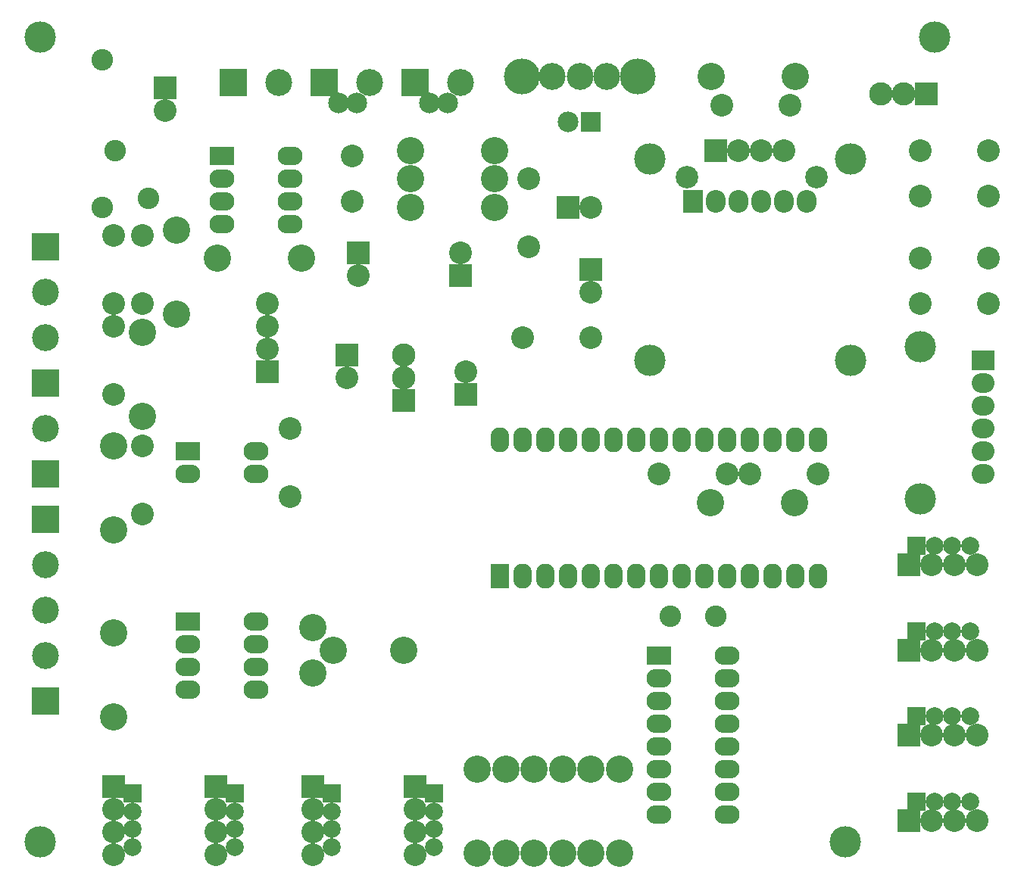
<source format=gbs>
G04 #@! TF.FileFunction,Soldermask,Bot*
%FSLAX46Y46*%
G04 Gerber Fmt 4.6, Leading zero omitted, Abs format (unit mm)*
G04 Created by KiCad (PCBNEW 4.0.4-stable) date 04/20/17 11:48:58*
%MOMM*%
%LPD*%
G01*
G04 APERTURE LIST*
%ADD10C,0.150000*%
%ADD11C,3.508000*%
%ADD12C,2.413000*%
%ADD13R,2.540000X2.540000*%
%ADD14C,2.540000*%
%ADD15C,3.048000*%
%ADD16R,2.082800X2.794000*%
%ADD17O,2.082800X2.794000*%
%ADD18R,3.007360X3.007360*%
%ADD19C,3.007360*%
%ADD20C,2.308000*%
%ADD21R,2.008000X2.008000*%
%ADD22C,2.008000*%
%ADD23R,2.308860X2.308860*%
%ADD24C,2.308860*%
%ADD25C,4.008120*%
%ADD26R,2.794000X2.082800*%
%ADD27O,2.794000X2.082800*%
%ADD28R,2.540000X2.235200*%
%ADD29O,2.540000X2.235200*%
%ADD30R,2.235200X2.540000*%
%ADD31O,2.235200X2.540000*%
%ADD32C,2.508000*%
%ADD33C,2.608580*%
%ADD34R,2.608580X2.608580*%
G04 APERTURE END LIST*
D10*
D11*
X107620000Y-3810000D03*
X97620000Y-93810000D03*
X7620000Y-93810000D03*
X7620000Y-3810000D03*
D12*
X83185000Y-68580000D03*
X78105000Y-68580000D03*
D13*
X21590000Y-9525000D03*
D14*
X21590000Y-12065000D03*
D13*
X54610000Y-30480000D03*
D14*
X54610000Y-27940000D03*
D13*
X41910000Y-39370000D03*
D14*
X41910000Y-41910000D03*
D13*
X43180000Y-27940000D03*
D14*
X43180000Y-30480000D03*
D13*
X55245000Y-43815000D03*
D14*
X55245000Y-41275000D03*
D13*
X69215000Y-29845000D03*
D14*
X69215000Y-32385000D03*
D15*
X22860000Y-25400000D03*
X22860000Y-34798000D03*
X19050000Y-36830000D03*
X19050000Y-46228000D03*
X82550000Y-55880000D03*
X91948000Y-55880000D03*
X56515000Y-85725000D03*
X56515000Y-95123000D03*
X62865000Y-85725000D03*
X62865000Y-95123000D03*
X69215000Y-85725000D03*
X69215000Y-95123000D03*
X59690000Y-85725000D03*
X59690000Y-95123000D03*
X66040000Y-85725000D03*
X66040000Y-95123000D03*
X72390000Y-85725000D03*
X72390000Y-95123000D03*
X36830000Y-28575000D03*
X27432000Y-28575000D03*
X58420000Y-16510000D03*
X49022000Y-16510000D03*
X58420000Y-19685000D03*
X49022000Y-19685000D03*
D14*
X69215000Y-22860000D03*
D13*
X66675000Y-22860000D03*
D15*
X92075000Y-8255000D03*
X82677000Y-8255000D03*
X15875000Y-49530000D03*
X15875000Y-58928000D03*
X15875000Y-70485000D03*
X15875000Y-79883000D03*
D14*
X33020000Y-33655000D03*
X33020000Y-36195000D03*
X33020000Y-38735000D03*
D13*
X33020000Y-41275000D03*
D15*
X58420000Y-22860000D03*
X49022000Y-22860000D03*
D13*
X83185000Y-16510000D03*
D14*
X85725000Y-16510000D03*
X88265000Y-16510000D03*
X90805000Y-16510000D03*
D11*
X98245000Y-17490000D03*
X98245000Y-39990000D03*
X75745000Y-39990000D03*
X75745000Y-17490000D03*
D12*
X14605000Y-6350000D03*
X16005000Y-16550000D03*
X14605000Y-22860000D03*
X19705000Y-21860000D03*
D16*
X59055000Y-64135000D03*
D17*
X61595000Y-64135000D03*
X64135000Y-64135000D03*
X66675000Y-64135000D03*
X69215000Y-64135000D03*
X71755000Y-64135000D03*
X74295000Y-64135000D03*
X76835000Y-64135000D03*
X79375000Y-64135000D03*
X81915000Y-64135000D03*
X84455000Y-64135000D03*
X86995000Y-64135000D03*
X89535000Y-64135000D03*
X92075000Y-64135000D03*
X94615000Y-64135000D03*
X94615000Y-48895000D03*
X92075000Y-48895000D03*
X89535000Y-48895000D03*
X86995000Y-48895000D03*
X84455000Y-48895000D03*
X81915000Y-48895000D03*
X79375000Y-48895000D03*
X76835000Y-48895000D03*
X74295000Y-48895000D03*
X71755000Y-48895000D03*
X69215000Y-48895000D03*
X66675000Y-48895000D03*
X64135000Y-48895000D03*
X61595000Y-48895000D03*
X59055000Y-48895000D03*
D14*
X42545000Y-22225000D03*
X42545000Y-17145000D03*
D18*
X29210000Y-8890000D03*
D19*
X34290000Y-8890000D03*
D18*
X49530000Y-8890000D03*
D19*
X54610000Y-8890000D03*
D20*
X51181000Y-11176000D03*
X53213000Y-11176000D03*
D18*
X39370000Y-8890000D03*
D19*
X44450000Y-8890000D03*
D20*
X41021000Y-11176000D03*
X43053000Y-11176000D03*
D13*
X15875000Y-87630000D03*
D14*
X15875000Y-90170000D03*
X15875000Y-92710000D03*
X15875000Y-95250000D03*
D21*
X17986000Y-88440000D03*
D22*
X17986000Y-90440000D03*
X17986000Y-92440000D03*
X17986000Y-94440000D03*
D13*
X27305000Y-87630000D03*
D14*
X27305000Y-90170000D03*
X27305000Y-92710000D03*
X27305000Y-95250000D03*
D21*
X29416000Y-88440000D03*
D22*
X29416000Y-90440000D03*
X29416000Y-92440000D03*
X29416000Y-94440000D03*
D13*
X104775000Y-72390000D03*
D14*
X107315000Y-72390000D03*
X109855000Y-72390000D03*
X112395000Y-72390000D03*
D21*
X105585000Y-70279000D03*
D22*
X107585000Y-70279000D03*
X109585000Y-70279000D03*
X111585000Y-70279000D03*
D13*
X104775000Y-62865000D03*
D14*
X107315000Y-62865000D03*
X109855000Y-62865000D03*
X112395000Y-62865000D03*
D21*
X105585000Y-60754000D03*
D22*
X107585000Y-60754000D03*
X109585000Y-60754000D03*
X111585000Y-60754000D03*
D18*
X8255000Y-27305000D03*
D19*
X8255000Y-32385000D03*
D18*
X8255000Y-42545000D03*
D19*
X8255000Y-37465000D03*
D13*
X104775000Y-81915000D03*
D14*
X107315000Y-81915000D03*
X109855000Y-81915000D03*
X112395000Y-81915000D03*
D21*
X105585000Y-79804000D03*
D22*
X107585000Y-79804000D03*
X109585000Y-79804000D03*
X111585000Y-79804000D03*
D13*
X104775000Y-91440000D03*
D14*
X107315000Y-91440000D03*
X109855000Y-91440000D03*
X112395000Y-91440000D03*
D21*
X105585000Y-89329000D03*
D22*
X107585000Y-89329000D03*
X109585000Y-89329000D03*
X111585000Y-89329000D03*
D13*
X49530000Y-87630000D03*
D14*
X49530000Y-90170000D03*
X49530000Y-92710000D03*
X49530000Y-95250000D03*
D21*
X51641000Y-88440000D03*
D22*
X51641000Y-90440000D03*
X51641000Y-92440000D03*
X51641000Y-94440000D03*
D18*
X8255000Y-52705000D03*
D19*
X8255000Y-47625000D03*
D18*
X8255000Y-57785000D03*
D19*
X8255000Y-62865000D03*
D13*
X38100000Y-87630000D03*
D14*
X38100000Y-90170000D03*
X38100000Y-92710000D03*
X38100000Y-95250000D03*
D21*
X40211000Y-88440000D03*
D22*
X40211000Y-90440000D03*
X40211000Y-92440000D03*
X40211000Y-94440000D03*
D14*
X15875000Y-26035000D03*
X15875000Y-33655000D03*
X19050000Y-26035000D03*
X19050000Y-33655000D03*
X76835000Y-52705000D03*
X84455000Y-52705000D03*
X86995000Y-52705000D03*
X94615000Y-52705000D03*
X15875000Y-43815000D03*
X15875000Y-36195000D03*
X62230000Y-19685000D03*
X62230000Y-27305000D03*
X61595000Y-37465000D03*
X69215000Y-37465000D03*
X83820000Y-11430000D03*
X91440000Y-11430000D03*
X19050000Y-49530000D03*
X19050000Y-57150000D03*
X35560000Y-47625000D03*
X35560000Y-55245000D03*
D15*
X38100000Y-69850000D03*
X48260000Y-72390000D03*
X38100000Y-74930000D03*
X40386000Y-72390000D03*
D23*
X69215000Y-13335000D03*
D24*
X66675000Y-13335000D03*
D14*
X113665000Y-16510000D03*
X113665000Y-21590000D03*
X106045000Y-16510000D03*
X106045000Y-21590000D03*
D19*
X67952620Y-8229600D03*
X64871600Y-8229600D03*
X70952360Y-8229600D03*
D25*
X61452760Y-8229600D03*
X74452480Y-8229600D03*
D14*
X113665000Y-28575000D03*
X113665000Y-33655000D03*
X106045000Y-28575000D03*
X106045000Y-33655000D03*
D26*
X76835000Y-73025000D03*
D27*
X76835000Y-75565000D03*
X76835000Y-78105000D03*
X76835000Y-80645000D03*
X76835000Y-83185000D03*
X76835000Y-85725000D03*
X76835000Y-88265000D03*
X76835000Y-90805000D03*
X84455000Y-90805000D03*
X84455000Y-88265000D03*
X84455000Y-85725000D03*
X84455000Y-83185000D03*
X84455000Y-80645000D03*
X84455000Y-78105000D03*
X84455000Y-75565000D03*
X84455000Y-73025000D03*
D26*
X27940000Y-17145000D03*
D27*
X27940000Y-19685000D03*
X27940000Y-22225000D03*
X27940000Y-24765000D03*
X35560000Y-24765000D03*
X35560000Y-22225000D03*
X35560000Y-19685000D03*
X35560000Y-17145000D03*
D26*
X24130000Y-69215000D03*
D27*
X24130000Y-71755000D03*
X24130000Y-74295000D03*
X24130000Y-76835000D03*
X31750000Y-76835000D03*
X31750000Y-74295000D03*
X31750000Y-71755000D03*
X31750000Y-69215000D03*
D19*
X8255000Y-67945000D03*
D18*
X8255000Y-78105000D03*
D19*
X8255000Y-73025000D03*
D26*
X24130000Y-50165000D03*
D27*
X24130000Y-52705000D03*
X31750000Y-52705000D03*
X31750000Y-50165000D03*
D28*
X113030000Y-40005000D03*
D29*
X113030000Y-42545000D03*
X113030000Y-45085000D03*
X113030000Y-47625000D03*
X113030000Y-50165000D03*
X113030000Y-52705000D03*
D11*
X106030000Y-38505000D03*
X106030000Y-55505000D03*
D30*
X80645000Y-22225000D03*
D31*
X83185000Y-22225000D03*
X85725000Y-22225000D03*
X88265000Y-22225000D03*
X90805000Y-22225000D03*
X93345000Y-22225000D03*
D32*
X79895000Y-19475000D03*
X94395000Y-19475000D03*
D33*
X48260000Y-41910000D03*
X48260000Y-39370000D03*
D34*
X48260000Y-44450000D03*
D33*
X101600000Y-10160000D03*
X104140000Y-10160000D03*
D34*
X106680000Y-10160000D03*
M02*

</source>
